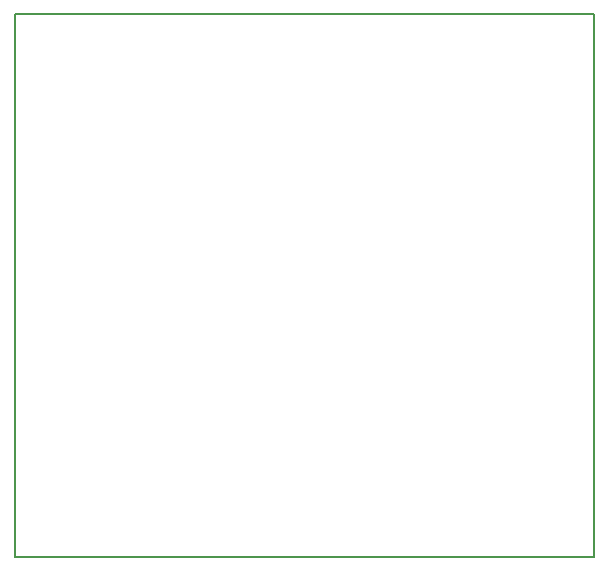
<source format=gm1>
G04 #@! TF.FileFunction,Profile,NP*
%FSLAX46Y46*%
G04 Gerber Fmt 4.6, Leading zero omitted, Abs format (unit mm)*
G04 Created by KiCad (PCBNEW 4.0.6) date 2018 January 08, Monday 16:40:28*
%MOMM*%
%LPD*%
G01*
G04 APERTURE LIST*
%ADD10C,0.100000*%
%ADD11C,0.150000*%
G04 APERTURE END LIST*
D10*
D11*
X165000000Y-94000000D02*
X116000000Y-94000000D01*
X165000000Y-48000000D02*
X165000000Y-94000000D01*
X116000000Y-48000000D02*
X165000000Y-48000000D01*
X116000000Y-94000000D02*
X116000000Y-48000000D01*
M02*

</source>
